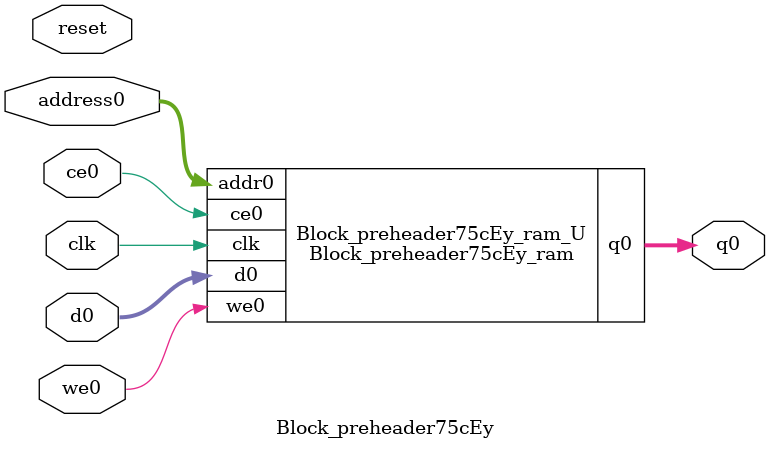
<source format=v>
`timescale 1 ns / 1 ps
module Block_preheader75cEy_ram (addr0, ce0, d0, we0, q0,  clk);

parameter DWIDTH = 4;
parameter AWIDTH = 10;
parameter MEM_SIZE = 924;

input[AWIDTH-1:0] addr0;
input ce0;
input[DWIDTH-1:0] d0;
input we0;
output reg[DWIDTH-1:0] q0;
input clk;

(* ram_style = "block" *)reg [DWIDTH-1:0] ram[0:MEM_SIZE-1];




always @(posedge clk)  
begin 
    if (ce0) begin
        if (we0) 
            ram[addr0] <= d0; 
        q0 <= ram[addr0];
    end
end


endmodule

`timescale 1 ns / 1 ps
module Block_preheader75cEy(
    reset,
    clk,
    address0,
    ce0,
    we0,
    d0,
    q0);

parameter DataWidth = 32'd4;
parameter AddressRange = 32'd924;
parameter AddressWidth = 32'd10;
input reset;
input clk;
input[AddressWidth - 1:0] address0;
input ce0;
input we0;
input[DataWidth - 1:0] d0;
output[DataWidth - 1:0] q0;



Block_preheader75cEy_ram Block_preheader75cEy_ram_U(
    .clk( clk ),
    .addr0( address0 ),
    .ce0( ce0 ),
    .we0( we0 ),
    .d0( d0 ),
    .q0( q0 ));

endmodule


</source>
